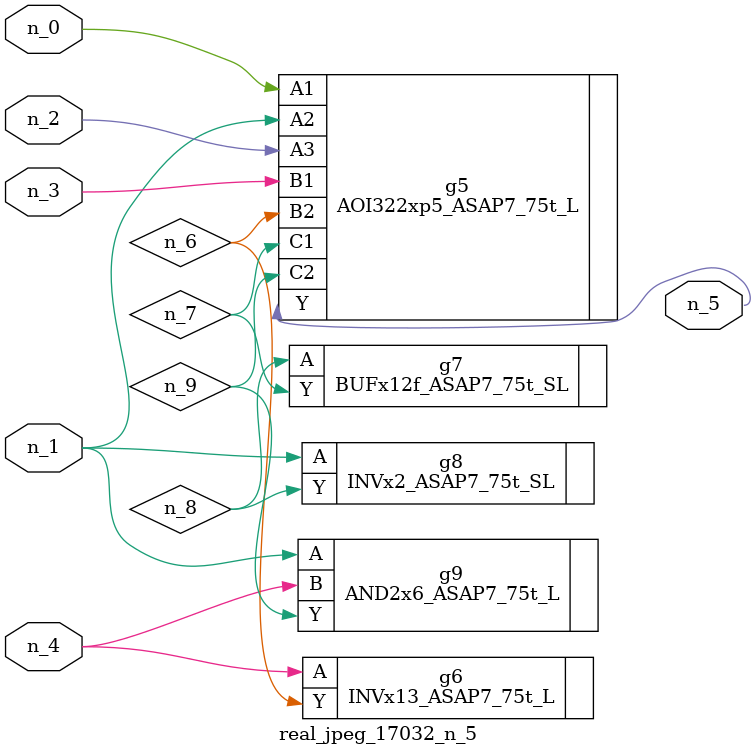
<source format=v>
module real_jpeg_17032_n_5 (n_4, n_0, n_1, n_2, n_3, n_5);

input n_4;
input n_0;
input n_1;
input n_2;
input n_3;

output n_5;

wire n_8;
wire n_6;
wire n_7;
wire n_9;

AOI322xp5_ASAP7_75t_L g5 ( 
.A1(n_0),
.A2(n_1),
.A3(n_2),
.B1(n_3),
.B2(n_6),
.C1(n_7),
.C2(n_9),
.Y(n_5)
);

INVx2_ASAP7_75t_SL g8 ( 
.A(n_1),
.Y(n_8)
);

AND2x6_ASAP7_75t_L g9 ( 
.A(n_1),
.B(n_4),
.Y(n_9)
);

INVx13_ASAP7_75t_L g6 ( 
.A(n_4),
.Y(n_6)
);

BUFx12f_ASAP7_75t_SL g7 ( 
.A(n_8),
.Y(n_7)
);


endmodule
</source>
